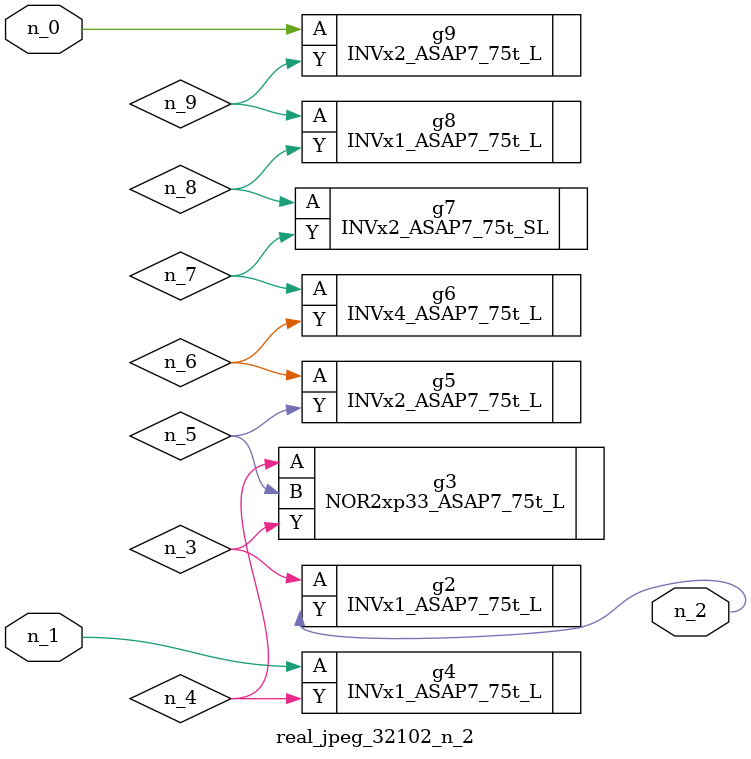
<source format=v>
module real_jpeg_32102_n_2 (n_1, n_0, n_2);

input n_1;
input n_0;

output n_2;

wire n_5;
wire n_4;
wire n_8;
wire n_6;
wire n_7;
wire n_3;
wire n_9;

INVx2_ASAP7_75t_L g9 ( 
.A(n_0),
.Y(n_9)
);

INVx1_ASAP7_75t_L g4 ( 
.A(n_1),
.Y(n_4)
);

INVx1_ASAP7_75t_L g2 ( 
.A(n_3),
.Y(n_2)
);

NOR2xp33_ASAP7_75t_L g3 ( 
.A(n_4),
.B(n_5),
.Y(n_3)
);

INVx2_ASAP7_75t_L g5 ( 
.A(n_6),
.Y(n_5)
);

INVx4_ASAP7_75t_L g6 ( 
.A(n_7),
.Y(n_6)
);

INVx2_ASAP7_75t_SL g7 ( 
.A(n_8),
.Y(n_7)
);

INVx1_ASAP7_75t_L g8 ( 
.A(n_9),
.Y(n_8)
);


endmodule
</source>
